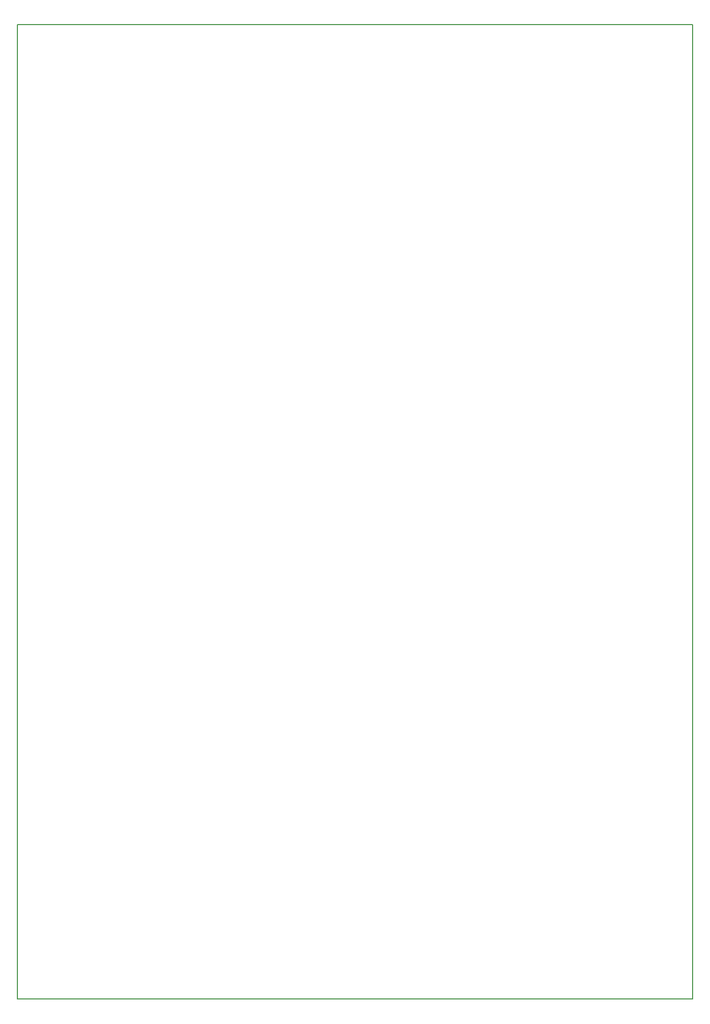
<source format=gbr>
G04 #@! TF.GenerationSoftware,KiCad,Pcbnew,(5.1.4)-1*
G04 #@! TF.CreationDate,2019-11-13T19:04:43-06:00*
G04 #@! TF.ProjectId,BPS-Nucleo,4250532d-4e75-4636-9c65-6f2e6b696361,rev?*
G04 #@! TF.SameCoordinates,Original*
G04 #@! TF.FileFunction,Profile,NP*
%FSLAX46Y46*%
G04 Gerber Fmt 4.6, Leading zero omitted, Abs format (unit mm)*
G04 Created by KiCad (PCBNEW (5.1.4)-1) date 2019-11-13 19:04:43*
%MOMM*%
%LPD*%
G04 APERTURE LIST*
%ADD10C,0.150000*%
G04 APERTURE END LIST*
D10*
X198120000Y-181483000D02*
X198120000Y-177800000D01*
X86360000Y-181483000D02*
X198120000Y-181483000D01*
X86360000Y-20320000D02*
X86360000Y-181483000D01*
X198120000Y-20320000D02*
X86360000Y-20320000D01*
X198120000Y-177800000D02*
X198120000Y-20320000D01*
M02*

</source>
